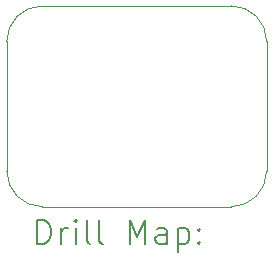
<source format=gbr>
%TF.GenerationSoftware,KiCad,Pcbnew,8.0.7*%
%TF.CreationDate,2026-01-14T12:01:32-08:00*%
%TF.ProjectId,3V3-500mA,3356332d-3530-4306-9d41-2e6b69636164,rev?*%
%TF.SameCoordinates,Original*%
%TF.FileFunction,Drillmap*%
%TF.FilePolarity,Positive*%
%FSLAX45Y45*%
G04 Gerber Fmt 4.5, Leading zero omitted, Abs format (unit mm)*
G04 Created by KiCad (PCBNEW 8.0.7) date 2026-01-14 12:01:32*
%MOMM*%
%LPD*%
G01*
G04 APERTURE LIST*
%ADD10C,0.050000*%
%ADD11C,0.200000*%
G04 APERTURE END LIST*
D10*
X19700000Y-9500000D02*
X19700000Y-8400000D01*
X21600000Y-9800000D02*
X20000000Y-9800000D01*
X21900000Y-8400000D02*
X21900000Y-9500000D01*
X21600000Y-8100000D02*
X20000000Y-8100000D01*
X19700000Y-8400000D02*
G75*
G02*
X20000000Y-8100000I300000J0D01*
G01*
X20000000Y-9800000D02*
G75*
G02*
X19700000Y-9500000I0J300000D01*
G01*
X21900000Y-9500000D02*
G75*
G02*
X21600000Y-9800000I-300000J0D01*
G01*
X21600000Y-8100000D02*
G75*
G02*
X21900000Y-8400000I0J-300000D01*
G01*
D11*
X19958277Y-10113984D02*
X19958277Y-9913984D01*
X19958277Y-9913984D02*
X20005896Y-9913984D01*
X20005896Y-9913984D02*
X20034467Y-9923508D01*
X20034467Y-9923508D02*
X20053515Y-9942555D01*
X20053515Y-9942555D02*
X20063039Y-9961603D01*
X20063039Y-9961603D02*
X20072563Y-9999698D01*
X20072563Y-9999698D02*
X20072563Y-10028270D01*
X20072563Y-10028270D02*
X20063039Y-10066365D01*
X20063039Y-10066365D02*
X20053515Y-10085412D01*
X20053515Y-10085412D02*
X20034467Y-10104460D01*
X20034467Y-10104460D02*
X20005896Y-10113984D01*
X20005896Y-10113984D02*
X19958277Y-10113984D01*
X20158277Y-10113984D02*
X20158277Y-9980650D01*
X20158277Y-10018746D02*
X20167801Y-9999698D01*
X20167801Y-9999698D02*
X20177324Y-9990174D01*
X20177324Y-9990174D02*
X20196372Y-9980650D01*
X20196372Y-9980650D02*
X20215420Y-9980650D01*
X20282086Y-10113984D02*
X20282086Y-9980650D01*
X20282086Y-9913984D02*
X20272563Y-9923508D01*
X20272563Y-9923508D02*
X20282086Y-9933031D01*
X20282086Y-9933031D02*
X20291610Y-9923508D01*
X20291610Y-9923508D02*
X20282086Y-9913984D01*
X20282086Y-9913984D02*
X20282086Y-9933031D01*
X20405896Y-10113984D02*
X20386848Y-10104460D01*
X20386848Y-10104460D02*
X20377324Y-10085412D01*
X20377324Y-10085412D02*
X20377324Y-9913984D01*
X20510658Y-10113984D02*
X20491610Y-10104460D01*
X20491610Y-10104460D02*
X20482086Y-10085412D01*
X20482086Y-10085412D02*
X20482086Y-9913984D01*
X20739229Y-10113984D02*
X20739229Y-9913984D01*
X20739229Y-9913984D02*
X20805896Y-10056841D01*
X20805896Y-10056841D02*
X20872563Y-9913984D01*
X20872563Y-9913984D02*
X20872563Y-10113984D01*
X21053515Y-10113984D02*
X21053515Y-10009222D01*
X21053515Y-10009222D02*
X21043991Y-9990174D01*
X21043991Y-9990174D02*
X21024944Y-9980650D01*
X21024944Y-9980650D02*
X20986848Y-9980650D01*
X20986848Y-9980650D02*
X20967801Y-9990174D01*
X21053515Y-10104460D02*
X21034467Y-10113984D01*
X21034467Y-10113984D02*
X20986848Y-10113984D01*
X20986848Y-10113984D02*
X20967801Y-10104460D01*
X20967801Y-10104460D02*
X20958277Y-10085412D01*
X20958277Y-10085412D02*
X20958277Y-10066365D01*
X20958277Y-10066365D02*
X20967801Y-10047317D01*
X20967801Y-10047317D02*
X20986848Y-10037793D01*
X20986848Y-10037793D02*
X21034467Y-10037793D01*
X21034467Y-10037793D02*
X21053515Y-10028270D01*
X21148753Y-9980650D02*
X21148753Y-10180650D01*
X21148753Y-9990174D02*
X21167801Y-9980650D01*
X21167801Y-9980650D02*
X21205896Y-9980650D01*
X21205896Y-9980650D02*
X21224944Y-9990174D01*
X21224944Y-9990174D02*
X21234467Y-9999698D01*
X21234467Y-9999698D02*
X21243991Y-10018746D01*
X21243991Y-10018746D02*
X21243991Y-10075889D01*
X21243991Y-10075889D02*
X21234467Y-10094936D01*
X21234467Y-10094936D02*
X21224944Y-10104460D01*
X21224944Y-10104460D02*
X21205896Y-10113984D01*
X21205896Y-10113984D02*
X21167801Y-10113984D01*
X21167801Y-10113984D02*
X21148753Y-10104460D01*
X21329705Y-10094936D02*
X21339229Y-10104460D01*
X21339229Y-10104460D02*
X21329705Y-10113984D01*
X21329705Y-10113984D02*
X21320182Y-10104460D01*
X21320182Y-10104460D02*
X21329705Y-10094936D01*
X21329705Y-10094936D02*
X21329705Y-10113984D01*
X21329705Y-9990174D02*
X21339229Y-9999698D01*
X21339229Y-9999698D02*
X21329705Y-10009222D01*
X21329705Y-10009222D02*
X21320182Y-9999698D01*
X21320182Y-9999698D02*
X21329705Y-9990174D01*
X21329705Y-9990174D02*
X21329705Y-10009222D01*
M02*

</source>
